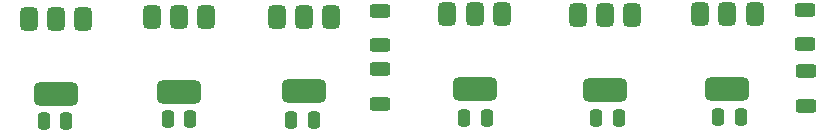
<source format=gbr>
%TF.GenerationSoftware,KiCad,Pcbnew,9.0.3*%
%TF.CreationDate,2025-11-02T19:13:38+05:00*%
%TF.ProjectId,zynq-7000-development-board,7a796e71-2d37-4303-9030-2d646576656c,rev?*%
%TF.SameCoordinates,Original*%
%TF.FileFunction,Paste,Top*%
%TF.FilePolarity,Positive*%
%FSLAX46Y46*%
G04 Gerber Fmt 4.6, Leading zero omitted, Abs format (unit mm)*
G04 Created by KiCad (PCBNEW 9.0.3) date 2025-11-02 19:13:38*
%MOMM*%
%LPD*%
G01*
G04 APERTURE LIST*
G04 Aperture macros list*
%AMRoundRect*
0 Rectangle with rounded corners*
0 $1 Rounding radius*
0 $2 $3 $4 $5 $6 $7 $8 $9 X,Y pos of 4 corners*
0 Add a 4 corners polygon primitive as box body*
4,1,4,$2,$3,$4,$5,$6,$7,$8,$9,$2,$3,0*
0 Add four circle primitives for the rounded corners*
1,1,$1+$1,$2,$3*
1,1,$1+$1,$4,$5*
1,1,$1+$1,$6,$7*
1,1,$1+$1,$8,$9*
0 Add four rect primitives between the rounded corners*
20,1,$1+$1,$2,$3,$4,$5,0*
20,1,$1+$1,$4,$5,$6,$7,0*
20,1,$1+$1,$6,$7,$8,$9,0*
20,1,$1+$1,$8,$9,$2,$3,0*%
G04 Aperture macros list end*
%ADD10RoundRect,0.375000X-0.375000X0.625000X-0.375000X-0.625000X0.375000X-0.625000X0.375000X0.625000X0*%
%ADD11RoundRect,0.500000X-1.400000X0.500000X-1.400000X-0.500000X1.400000X-0.500000X1.400000X0.500000X0*%
%ADD12RoundRect,0.250000X0.625000X-0.312500X0.625000X0.312500X-0.625000X0.312500X-0.625000X-0.312500X0*%
%ADD13RoundRect,0.250000X-0.625000X0.312500X-0.625000X-0.312500X0.625000X-0.312500X0.625000X0.312500X0*%
%ADD14RoundRect,0.250000X0.250000X0.475000X-0.250000X0.475000X-0.250000X-0.475000X0.250000X-0.475000X0*%
%ADD15RoundRect,0.250000X-0.250000X-0.475000X0.250000X-0.475000X0.250000X0.475000X-0.250000X0.475000X0*%
G04 APERTURE END LIST*
D10*
%TO.C,U6*%
X185460000Y-107710000D03*
X183160000Y-107710000D03*
D11*
X183160000Y-114010000D03*
D10*
X180860000Y-107710000D03*
%TD*%
%TO.C,U5*%
X175072500Y-107800000D03*
X172772500Y-107800000D03*
D11*
X172772500Y-114100000D03*
D10*
X170472500Y-107800000D03*
%TD*%
%TO.C,U4*%
X164052500Y-107720000D03*
X161752500Y-107720000D03*
D11*
X161752500Y-114020000D03*
D10*
X159452500Y-107720000D03*
%TD*%
%TO.C,U3*%
X149602500Y-107900000D03*
X147302500Y-107900000D03*
D11*
X147302500Y-114200000D03*
D10*
X145002500Y-107900000D03*
%TD*%
%TO.C,U2*%
X139050000Y-107970000D03*
X136750000Y-107970000D03*
D11*
X136750000Y-114270000D03*
D10*
X134450000Y-107970000D03*
%TD*%
%TO.C,U1*%
X128612500Y-108120000D03*
X126312500Y-108120000D03*
D11*
X126312500Y-114420000D03*
D10*
X124012500Y-108120000D03*
%TD*%
D12*
%TO.C,R4*%
X189850000Y-115432500D03*
X189850000Y-112507500D03*
%TD*%
D13*
%TO.C,R3*%
X189750000Y-107327500D03*
X189750000Y-110252500D03*
%TD*%
D12*
%TO.C,R2*%
X153720000Y-110312500D03*
X153720000Y-107387500D03*
%TD*%
%TO.C,R1*%
X153720000Y-115302500D03*
X153720000Y-112377500D03*
%TD*%
D14*
%TO.C,C6*%
X184300000Y-116410000D03*
X182400000Y-116410000D03*
%TD*%
D15*
%TO.C,C5*%
X172050000Y-116510000D03*
X173950000Y-116510000D03*
%TD*%
%TO.C,C4*%
X160900000Y-116470000D03*
X162800000Y-116470000D03*
%TD*%
%TO.C,C3*%
X146220000Y-116690000D03*
X148120000Y-116690000D03*
%TD*%
%TO.C,C2*%
X135780000Y-116590000D03*
X137680000Y-116590000D03*
%TD*%
%TO.C,C1*%
X125270000Y-116760000D03*
X127170000Y-116760000D03*
%TD*%
M02*

</source>
